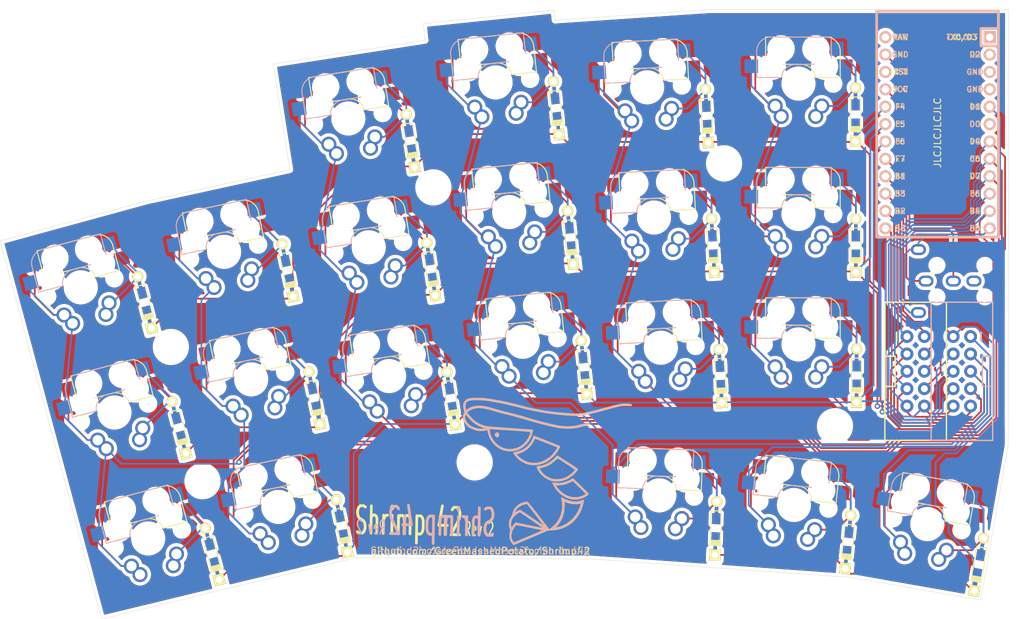
<source format=kicad_pcb>
(kicad_pcb (version 20211014) (generator pcbnew)
  (layers (0 "F.Cu" signal) (31 "B.Cu" signal) (34 "B.Paste" user) (35 "F.Paste" user) (36 "B.SilkS" user "B.Silkscreen") (37 "F.SilkS" user "F.Silkscreen") (38 "B.Mask" user) (39 "F.Mask" user) (44 "Edge.Cuts" user))
  (net 0 "")
  (net 1 "Net-(D-1-0-Pad2)")
  (net 2 "Net-(D-1-1-Pad2)")
  (net 3 "Net-(D-1-2-Pad2)")
  (net 4 "Net-(D-1-3-Pad2)")
  (net 5 "Net-(D-1-4-Pad2)")
  (net 6 "Net-(D-1-5-Pad2)")
  (net 7 "Net-(D-2-0-Pad2)")
  (net 8 "Net-(D-2-1-Pad2)")
  (net 9 "Net-(D-2-2-Pad2)")
  (net 10 "Net-(D-2-3-Pad2)")
  (net 11 "Net-(D-2-4-Pad2)")
  (net 12 "Net-(D-2-5-Pad2)")
  (net 13 "Net-(D-3-3-Pad2)")
  (net 14 "Net-(D-3-4-Pad2)")
  (net 15 "Net-(D-3-5-Pad2)")
  (net 16 "RL0")
  (net 21 "SDA")
  (net 23 "VCC")
  (net 24 "RL1")
  (net 27 "RL2")
  (net 28 "RL3")
  (net 29 "CL0")
  (net 30 "CL1")
  (net 31 "RC0")
  (net 32 "CL2")
  (net 33 "RC1")
  (net 34 "CL3")
  (net 35 "RC2")
  (net 36 "CL4")
  (net 37 "RC3")
  (net 38 "CL5")
  (net 39 "Net-(D-0-0-Pad2)")
  (net 40 "Net-(D-0-1-Pad2)")
  (net 41 "Net-(D-0-2-Pad2)")
  (net 42 "Net-(D-0-3-Pad2)")
  (net 43 "Net-(D-0-4-Pad2)")
  (net 44 "Net-(D-0-5-Pad2)")
  (net 45 "GND")
  (footprint "footprintsGlobal:Diode-dual" (layer "F.Cu") (at 35.244304 58.791667 -75)
    (fp_text reference "D-0-0" hide)
    (fp_text value "D" hide)
  )
  (footprint "footprintsGlobal:Diode-dual" (layer "F.Cu") (at 56.139998 54.116377 -78)
    (fp_text reference "D-0-1" hide)
    (fp_text value "D" hide)
  )
  (footprint "footprintsGlobal:Diode-dual" (layer "F.Cu") (at 74.070993 35.177299 -81)
    (fp_text reference "D-0-2" hide)
    (fp_text value "D" hide)
  )
  (footprint "footprintsGlobal:Diode-dual" (layer "F.Cu") (at 95.368446 30.421057 -84)
    (fp_text reference "D-0-3" hide)
    (fp_text value "D" hide)
  )
  (footprint "footprintsGlobal:Diode-dual" (layer "F.Cu") (at 117.379159 31.552772 -87)
    (fp_text reference "D-0-4" hide)
    (fp_text value "D" hide)
  )
  (footprint "footprintsGlobal:Diode-dual" (layer "F.Cu") (at 139.107246 31.341289 -90)
    (fp_text reference "D-0-5" hide)
    (fp_text value "D" hide)
  )
  (footprint "footprintsGlobal:Diode-dual" (layer "F.Cu") (at 40.249751 77.08061 -75)
    (fp_text reference "D-1-0" hide)
    (fp_text value "D" hide)
  )
  (footprint "footprintsGlobal:Diode-dual" (layer "F.Cu") (at 60.04047 72.759193 -78)
    (fp_text reference "D-1-1" hide)
    (fp_text value "D" hide)
  )
  (footprint "footprintsGlobal:Diode-dual" (layer "F.Cu") (at 77.088838 53.934054 -81)
    (fp_text reference "D-1-2" hide)
    (fp_text value "D" hide)
  )
  (footprint "footprintsGlobal:Diode-dual" (layer "F.Cu") (at 97.453906 49.32082 -84)
    (fp_text reference "D-1-3" hide)
    (fp_text value "D" hide)
  )
  (footprint "footprintsGlobal:Diode-dual" (layer "F.Cu") (at 118.26938 50.480521 -87)
    (fp_text reference "D-1-4" hide)
    (fp_text value "D" hide)
  )
  (footprint "footprintsGlobal:Diode-dual" (layer "F.Cu") (at 139.158046 50.492889 -90)
    (fp_text reference "D-1-5" hide)
    (fp_text value "D" hide)
  )
  (footprint "footprintsGlobal:Diode-dual" (layer "F.Cu") (at 45.128515 95.543918 -75)
    (fp_text reference "D-2-0" hide)
    (fp_text value "D" hide)
  )
  (footprint "footprintsGlobal:Diode-dual" (layer "F.Cu") (at 64.047295 91.441911 -78)
    (fp_text reference "D-2-1" hide)
    (fp_text value "D" hide)
  )
  (footprint "footprintsGlobal:Diode-dual" (layer "F.Cu") (at 80.01432 72.800872 -81)
    (fp_text reference "D-2-2" hide)
    (fp_text value "D" hide)
  )
  (footprint "footprintsGlobal:Diode-dual" (layer "F.Cu") (at 99.44156 68.278348 -84)
    (fp_text reference "D-2-3" hide)
    (fp_text value "D" hide)
  )
  (footprint "footprintsGlobal:Diode-dual" (layer "F.Cu") (at 119.3705 69.549826 -87)
    (fp_text reference "D-2-4" hide)
    (fp_text value "D" hide)
  )
  (footprint "footprintsGlobal:Diode-dual" (layer "F.Cu") (at 139.259646 69.492089 -90)
    (fp_text reference "D-2-5" hide)
    (fp_text value "D" hide)
  )
  (footprint "footprintsGlobal:Diode-dual" (layer "F.Cu") (at 118.7 91.8 -92)
    (fp_text reference "D-3-3" hide)
    (fp_text value "D" hide)
  )
  (footprint "footprintsGlobal:Diode-dual" (layer "F.Cu") (at 138 93.8 -96)
    (fp_text reference "D-3-4" hide)
    (fp_text value "D" hide)
  )
  (footprint "footprintsGlobal:Diode-dual" (layer "F.Cu") (at 157.137842 97.1 -100)
    (fp_text reference "D-3-5" hide)
    (fp_text value "D" hide)
  )
  (footprint "footprints:100-dual-socket" (layer "F.Cu") (at 25.914873 56.601276 15)
    (fp_text reference "K-0-0" hide)
    (fp_text value "KEYSW" hide)
  )
  (footprint "footprints:100-dual-socket" (layer "F.Cu") (at 46.856132 51.417177 12)
    (fp_text reference "K-0-1" hide)
    (fp_text value "KEYSW" hide)
  )
  (footprint "footprints:100-dual-socket" (layer "F.Cu") (at 65.008459 31.937227 9)
    (fp_text reference "K-0-2" hide)
    (fp_text value "KEYSW" hide)
  )
  (footprint "footprints:100-dual-socket" (layer "F.Cu") (at 86.517429 26.667689 6)
    (fp_text reference "K-0-3" hide)
    (fp_text value "KEYSW" hide)
  )
  (footprint "footprints:100-dual-socket" (layer "F.Cu") (at 108.665246 27.380304 3)
    (fp_text reference "K-0-4" hide)
    (fp_text value "KEYSW" hide)
  )
  (footprint "footprints:100-dual-socket" (layer "F.Cu") (at 130.770357 26.840828)
    (fp_text reference "K-0-5" hide)
    (fp_text value "KEYSW" hide)
  )
  (footprint "footprints:100-dual-socket" (layer "F.Cu") (at 30.835669 74.89123 15)
    (fp_text reference "K-1-0" hide)
    (fp_text value "KEYSW" hide)
  )
  (footprint "footprints:100-dual-socket" (layer "F.Cu") (at 50.816846 70.050889 12)
    (fp_text reference "K-1-1" hide)
    (fp_text value "KEYSW" hide)
  )
  (footprint "footprints:100-dual-socket" (layer "F.Cu") (at 67.988533 50.752689 9)
    (fp_text reference "K-1-2" hide)
    (fp_text value "KEYSW" hide)
  )
  (footprint "footprints:100-dual-socket" (layer "F.Cu") (at 88.508697 45.613329 6)
    (fp_text reference "K-1-3" hide)
    (fp_text value "KEYSW" hide)
  )
  (footprint "footprints:100-dual-socket" (layer "F.Cu") (at 109.662245 46.404196 3)
    (fp_text reference "K-1-4" hide)
    (fp_text value "KEYSW" hide)
  )
  (footprint "footprints:100-dual-socket" (layer "F.Cu") (at 130.770357 45.890828)
    (fp_text reference "K-1-5" hide)
    (fp_text value "KEYSW" hide)
  )
  (footprint "footprints:100-dual-socket" (layer "F.Cu") (at 35.766173 93.292116 15)
    (fp_text reference "K-2-0" hide)
    (fp_text value "KEYSW" hide)
  )
  (footprint "footprints:100-dual-socket" (layer "F.Cu") (at 54.777567 88.6846 12)
    (fp_text reference "K-2-1" hide)
    (fp_text value "KEYSW" hide)
  )
  (footprint "footprints:100-dual-socket" (layer "F.Cu") (at 70.96861 69.568151 9)
    (fp_text reference "K-2-2" hide)
    (fp_text value "KEYSW" hide)
  )
  (footprint "footprints:100-dual-socket" (layer "F.Cu") (at 90.499963 64.558972 6)
    (fp_text reference "K-2-3" hide)
    (fp_text value "KEYSW" hide)
  )
  (footprint "footprints:100-dual-socket" (layer "F.Cu") (at 110.659246 65.428089 3)
    (fp_text reference "K-2-4" hide)
    (fp_text value "KEYSW" hide)
  )
  (footprint "footprints:100-dual-socket" (layer "F.Cu") (at 130.770357 64.940828)
    (fp_text reference "K-2-5" hide)
    (fp_text value "KEYSW" hide)
  )
  (footprint "footprints:100-dual-socket" (layer "F.Cu") (at 110.440059 87 -2)
    (fp_text reference "K-3-3" hide)
    (fp_text value "KEYSW" hide)
  )
  (footprint "footprints:100-dual-socket" (layer "F.Cu") (at 130.1 88.4 -6)
    (fp_text reference "K-3-4" hide)
    (fp_text value "KEYSW" hide)
  )
  (footprint "footprints:100-dual-socket" (layer "F.Cu") (at 149.6 91.2 -10)
    (fp_text reference "K-3-5" hide)
    (fp_text value "KEYSW" hide)
  )
  (footprint "footprints:connector-shrouded" (layer "F.Cu") (at 147.890453 68.873147)
    (fp_text reference "J1" hide)
    (fp_text value "02x05" hide)
  )
  (footprint "footprints:Shrimp_small_small" (layer "F.Cu") (at 93.182809 85.128945 -4)
    (fp_text reference "G***" hide)
    (fp_text value "LOGO" hide)
  )
  (footprint "footprintsGlobal:hole-m2-pcb" (layer "F.Cu") (at 136.1 76.9)
    (fp_text reference "Ref**" hide)
    (fp_text value "Val**" hide)
  )
  (footprint "footprintsGlobal:hole-m2-pcb" (layer "F.Cu") (at 119.9 38.5)
    (fp_text reference "Ref**" hide)
    (fp_text value "Val**" hide)
  )
  (footprint "footprintsGlobal:hole-m2-pcb" (layer "F.Cu") (at 77.430853 41.999947)
    (fp_text reference "Ref**" hide)
    (fp_text value "Val**" hide)
  )
  (footprint "footprintsGlobal:hole-m2-pcb" (layer "F.Cu") (at 83.465259 82.184544)
    (fp_text reference "Ref**" hide)
    (fp_text value "Val**" hide)
  )
  (footprint "footprintsGlobal:hole-m2-pcb" (layer "F.Cu") (at 39.076853 65.317147)
    (fp_text reference "Ref**" hide)
    (fp_text value "Val**" hide)
  )
  (footprint "footprintsGlobal:trrs" (layer "F.Cu") (at 159.596853 55.693147 -90)
    (fp_text reference "U2")
    (fp_text value "trrs")
  )
  (footprint "footprintsGlobal:hole-m2-pcb" (layer "F.Cu") (at 43.699653 84.925947)
    (fp_text reference "Ref**" hide)
    (fp_text value "Val**" hide)
  )
  (footprint "footprints:promicro" (layer "B.Cu") (at 151.090853 34.029897 -90)
    (fp_text reference "U1" hide)
    (fp_text value "ProMicro" hide)
  )
  (footprint "footprints:connector-shrouded" (layer "B.Cu") (at 154.646853 68.873147 180)
    (fp_text reference "J2" hide)
    (fp_text value "02x05" hide)
  )
  (gr_line (start 161.459246 16.041147) (end 117.720446 16.041147) (layer "Edge.Cuts") (width 0.05))
  (gr_line (start 161.4 79.702889) (end 157.379259 102.3) (layer "Edge.Cuts") (width 0.05))
  (gr_line (start 76.216846 20.520889) (end 75.962846 18.082489) (layer "Edge.Cuts") (width 0.05))
  (gr_line (start 28.972846 105.052089) (end 66.006046 96.111289) (layer "Edge.Cuts") (width 0.05))
  (gr_line (start 95.210853 17.565147) (end 117.720446 16.041147) (layer "Edge.Cuts") (width 0.05))
  (gr_line (start 100.5 96.3) (end 138.481659 99) (layer "Edge.Cuts") (width 0.05))
  (gr_line (start 95.063646 16.101289) (end 95.210853 17.565147) (layer "Edge.Cuts") (width 0.05))
  (gr_line (start 14.139246 49.832489) (end 28.972846 105.052089) (layer "Edge.Cuts") (width 0.05))
  (gr_line (start 35.526046 43.990489) (end 56.455646 39.418489) (layer "Edge.Cuts") (width 0.05))
  (gr_line (start 100.5 96.3) (end 66.006046 96.111289) (layer "Edge.Cuts") (width 0.05))
  (gr_line (start 95.063646 16.101289) (end 75.962846 18.082489) (layer "Edge.Cuts") (width 0.05))
  (gr_line (start 54.017246 23.975289) (end 76.216846 20.520889) (layer "Edge.Cuts") (width 0.05))
  (gr_line (start 56.455646 39.418489) (end 54.017246 23.975289) (layer "Edge.Cuts") (width 0.05))
  (gr_line (start 161.4 79.702889) (end 161.459246 16.041147) (layer "Edge.Cuts") (width 0.05))
  (gr_line (start 35.526046 43.990489) (end 14.139246 49.832489) (layer "Edge.Cuts") (width 0.05))
  (gr_line (start 138.481659 99) (end 157.379259 102.3) (layer "Edge.Cuts") (width 0.05))
  (gr_text "Rev 2" (at 68.3 91.7 -1) (layer "B.SilkS") (effects (font (size 2 1) (thickness 0.2)) (justify mirror)))
  (gr_text "Shrimp 42" (at 78.64093 90.881408 -1) (layer "B.SilkS") (effects (font (size 4 2) (thickness 0.4)) (justify mirror)))
  (gr_text "github.com/GreenMashedPotato/Shrimp42" (at 84.261914 95.070549) (layer "B.SilkS") (effects (font (size 1 1)) (justify mirror)))
  (gr_text "Rev 2" (at 84.117542 91.960935 -1) (layer "F.SilkS") (effects (font (size 2 1) (thickness 0.2))))
  (gr_text "Shrimp 42" (at 73.809005 90.795988 -1) (layer "F.SilkS") (effects (font (size 4 2) (thickness 0.4))))
  (gr_text "github.com/GreenMashedPotato/Shrimp42" (at 84.307125 95.126379) (layer "F.SilkS") (effects (font (size 1 1))))
  (segment (start 36.843157 70.651927) (end 39.26365 73.07242) (width 0.25) (layer "F.Cu") (net 1))
  (segment (start 34.970985 77.168529) (end 38.739081 73.400433) (width 0.25) (layer "B.Cu") (net 1))
  (segment (start 34.930053 68.53494) (end 39.26365 72.868537) (width 0.25) (layer "B.Cu") (net 1))
  (segment (start 59.248326 69.032451) (end 57.037969 66.822094) (width 0.25) (layer "F.Cu") (net 2))
  (segment (start 55.238281 63.917594) (end 55.238281 65.022406) (width 0.25) (layer "B.Cu") (net 2))
  (segment (start 55.238281 65.022406) (end 59.248326 69.032451) (width 0.25) (layer "B.Cu") (net 2))
  (segment (start 59.248326 69.032451) (end 55.739285 72.541492) (width 0.25) (layer "B.Cu") (net 2))
  (segment (start 74.406239 48.084377) (end 74.406239 47.164563) (width 0.25) (layer "F.Cu") (net 3))
  (segment (start 76.492823 50.170961) (end 74.406239 48.084377) (width 0.25) (layer "F.Cu") (net 3))
  (segment (start 76.492823 50.170961) (end 73.214013 53.449771) (width 0.25) (layer "B.Cu") (net 3))
  (segment (start 73.214013 53.449771) (end 71.863153 53.449771) (width 0.25) (layer "B.Cu") (net 3))
  (segment (start 72.724901 44.859199) (end 76.492823 48.627121) (width 0.25) (layer "B.Cu") (net 3))
  (segment (start 76.492823 48.627121) (end 76.492823 50.170961) (width 0.25) (layer "B.Cu") (net 3))
  (segment (start 97.055653 44.316254) (end 95.105396 42.365997) (width 0.25) (layer "F.Cu") (net 4))
  (segment (start 97.055653 45.531692) (end 97.055653 44.316254) (width 0.25) (layer "F.Cu") (net 4))
  (segment (start 97.055653 45.531692) (end 94.077849 48.509496) (width 0.25) (layer "B.Cu") (net 4))
  (segment (start 97.055653 43.484436) (end 97.055653 45.531692) (width 0.25) (layer "B.Cu") (net 4))
  (segment (start 94.077849 48.509496) (end 92.236852 48.509496) (width 0.25) (layer "B.Cu") (net 4))
  (segment (start 93.547015 39.975798) (end 97.055653 43.484436) (width 0.25) (layer "B.Cu") (net 4))
  (segment (start 118.06998 46.675742) (end 118.06998 45.156684) (width 0.25) (layer "F.Cu") (net 5))
  (segment (start 118.06998 45.156684) (end 116.419855 43.506559) (width 0.25) (layer "F.Cu") (net 5))
  (segment (start 118.06998 46.675742) (end 115.254211 49.491511) (width 0.25) (layer "B.Cu") (net 5))
  (segment (start 115.254211 49.491511) (end 113.233717 49.491511) (width 0.25) (layer "B.Cu") (net 5))
  (segment (start 118.06998 44.119353) (end 118.06998 46.675742) (width 0.25) (layer "B.Cu") (net 5))
  (segment (start 114.988704 41.038077) (end 118.06998 44.119353) (width 0.25) (layer "B.Cu") (net 5))
  (segment (start 139.158046 46.682889) (end 139.158046 44.838517) (width 0.25) (layer "F.Cu") (net 6))
  (segment (start 139.158046 44.838517) (end 137.670357 43.350828) (width 0.25) (layer "F.Cu") (net 6))
  (segment (start 136.370357 40.810828) (end 139.158046 43.598517) (width 0.25) (layer "B.Cu") (net 6))
  (segment (start 139.158046 46.682889) (end 136.680107 49.160828) (width 0.25) (layer "B.Cu") (net 6))
  (segment (start 136.680107 49.160828) (end 134.175357 49.160828) (width 0.25) (layer "B.Cu") (net 6))
  (segment (start 139.158046 43.598517) (end 139.158046 46.682889) (width 0.25) (layer "B.Cu") (net 6))
  (segment (start 41.773661 89.052813) (end 44.142414 91.421566) (width 0.25) (layer "F.Cu") (net 7))
  (segment (start 39.901489 95.569415) (end 43.607163 91.863741) (width 0.25) (layer "B.Cu") (net 7))
  (segment (start 39.860557 86.935826) (end 44.142414 91.863741) (width 0.25) (layer "B.Cu") (net 7))
  (segment (start 63.255151 87.715169) (end 60.99869 85.458708) (width 0.25) (layer "F.Cu") (net 8))
  (segment (start 63.255151 87.715169) (end 59.199002 83.65902) (width 0.25) (layer "B.Cu") (net 8))
  (segment (start 62.248065 87.715169) (end 63.255151 87.715169) (width 0.25) (layer "B.Cu") (net 8))
  (segment (start 59.199002 83.65902) (end 59.199002 82.551305) (width 0.25) (layer "B.Cu") (net 8))
  (segment (start 58.788031 91.175203) (end 62.248065 87.715169) (width 0.25) (layer "B.Cu") (net 8))
  (segment (start 77.386316 65.980025) (end 77.386316 67.00579) (width 0.25) (layer "F.Cu") (net 9))
  (segment (start 77.386316 67.00579) (end 79.418305 69.037779) (width 0.25) (layer "F.Cu") (net 9))
  (segment (start 79.418305 67.387988) (end 79.418305 69.037779) (width 0.25) (layer "B.Cu") (net 9))
  (segment (start 79.418305 69.037779) (end 76.190851 72.265233) (width 0.25) (layer "B.Cu") (net 9))
  (segment (start 75.704978 63.674661) (end 79.418305 67.387988) (width 0.25) (layer "B.Cu") (net 9))
  (segment (start 76.190851 72.265233) (end 74.84323 72.265233) (width 0.25) (layer "B.Cu") (net 9))
  (segment (start 99.043307 64.48922) (end 99.043307 63.258285) (width 0.25) (layer "F.Cu") (net 10))
  (segment (start 99.043307 63.258285) (end 97.096662 61.31164) (width 0.25) (layer "F.Cu") (net 10))
  (segment (start 99.043307 64.48922) (end 96.077388 67.455139) (width 0.25) (layer "B.Cu") (net 10))
  (segment (start 96.077388 67.455139) (end 94.228118 67.455139) (width 0.25) (layer "B.Cu") (net 10))
  (segment (start 99.043307 62.426467) (end 99.043307 64.48922) (width 0.25) (layer "B.Cu") (net 10))
  (segment (start 95.538281 58.921441) (end 99.043307 62.426467) (width 0.25) (layer "B.Cu") (net 10))
  (segment (start 119.1711 65.745047) (end 119.1711 64.284696) (width 0.25) (layer "F.Cu") (net 11))
  (segment (start 119.1711 64.284696) (end 117.416856 62.530452) (width 0.25) (layer "F.Cu") (net 11))
  (segment (start 115.985705 60.06197) (end 119.1711 63.247365) (width 0.25) (layer "B.Cu") (net 11))
  (segment (start 119.1711 63.247365) (end 119.1711 65.745047) (width 0.25) (layer "B.Cu") (net 11))
  (segment (start 119.1711 65.745047) (end 116.400743 68.515404) (width 0.25) (layer "B.Cu") (net 11))
  (segment (start 116.400743 68.515404) (end 114.230718 68.515404) (width 0.25) (layer "B.Cu") (net 11))
  (segment (start 139.259646 63.990117) (end 137.670357 62.400828) (width 0.25) (layer "F.Cu") (net 12))
  (segment (start 139.259646 65.682089) (end 139.259646 63.990117) (width 0.25) (layer "F.Cu") (net 12))
  (segment (start 136.370357 59.860828) (end 139.259646 62.750117) (width 0.25) (layer "B.Cu") (net 12))
  (segment (start 139.259646 62.750117) (end 139.259646 65.682089) (width 0.25) (layer "B.Cu") (net 12))
  (segment (start 139.259646 65.682089) (end 136.730907 68.210828) (width 0.25) (layer "B.Cu") (net 12))
  (segment (start 136.730907 68.210828) (end 134.175357 68.210828) (width 0.25) (layer "B.Cu") (net 12))
  (segment (start 116.351643 90.386841) (end 118.836108 87.902376) (width 0.25) (layer "F.Cu") (net 13))
  (segment (start 118.836108 86.113962) (end 117.4245 84.702354) (width 0.25) (layer "F.Cu") (net 13))
  (segment (start 118.836108 87.902376) (end 118.836108 86.113962) (width 0.25) (layer "F.Cu") (net 13))
  (segment (start 113.728863 90.386841) (end 116.351643 90.386841) (width 0.25) (layer "F.Cu") (net 13))
  (segment (start 118.836108 84.740703) (end 116.213937 82.118532) (width 0.25) (layer "B.Cu") (net 13))
  (segment (start 118.836108 87.902376) (end 118.836108 84.740703) (width 0.25) (layer "B.Cu") (net 13))
  (segment (start 138.407661 87.775119) (end 137.227703 86.595161) (width 0.25) (layer "F.Cu") (net 14))
  (segment (start 133.144539 92.008006) (end 136.32102 92.008006) (width 0.25) (layer "F.Cu") (net 14))
  (segment (start 138.407661 89.921365) (end 138.407661 87.775119) (width 0.25) (layer "F.Cu") (net 14))
  (segment (start 136.32102 92.008006) (end 138.407661 89.921365) (width 0.25) (layer "F.Cu") (net 14))
  (segment (start 138.407661 86.140522) (end 136.200327 83.933188) (width 0.25) (layer "B.Cu") (net 14))
  (segment (start 138.407661 89.921365) (end 138.407661 86.140522) (width 0.25) (layer "B.Cu") (net 14))
  (segment (start 156.062727 95.011593) (end 157.81507 93.25925) (width 0.25) (layer "F.Cu") (net 15))
  (segment (start 157.81507 93.25925) (end 157.81507 90.875591) (width 0.25) (layer "F.Cu") (net 15))
  (segment (start 157.81507 90.875591) (end 156.83624 89.896761) (width 0.25) (layer "F.Cu") (net 15))
  (segment (start 152.385441 95.011593) (end 156.062727 95.011593) (width 0.25) (layer "F.Cu") (net 15))
  (segment (start 157.81507 93.25925) (end 157.81507 88.98762) (width 0.25) (layer "B.Cu") (net 15))
  (segment (start 157.81507 88.98762) (end 155.997056 87.169606) (width 0.25) (layer "B.Cu") (net 15))
  (segment (start 56.62606 58.255947) (end 40.556529 58.255947) (width 0.25) (layer "F.Cu") (net 16))
  (segment (start 96.914065 35.357551) (end 95.766699 34.210185) (width 0.25) (layer "F.Cu") (net 16))
  (segment (start 141.348238 55.857362) (end 141.184853 55.693977) (width 0.25) (layer "F.Cu") (net 16))
  (segment (start 141.348238 55.857362) (end 141.353762 55.857362) (width 0.25) (layer "F.Cu") (net 16))
  (segment (start 117.578559 35.357551) (end 138.900984 35.357551) (width 0.25) (layer "F.Cu") (net 16))
  (segment (start 141.184853 37.228896) (end 139.107246 35.151289) (width 0.25) (layer "F.Cu") (net 16))
  (segment (start 141.184853 55.693977) (end 141.184853 37.228896) (width 0.25) (layer "F.Cu") (net 16))
  (segment (start 143.02298 74.78528) (end 143.02298 73.48662) (width 0.25) (layer "F.Cu") (net 16))
  (segment (start 56.932142 57.843119) (end 56.932142 48.907596) (width 0.25) (layer "F.Cu") (net 16))
  (segment (start 117.578559 35.357551) (end 96.914065 35.357551) (width 0.25) (layer "F.Cu") (net 16))
  (segment (start 40.556529 58.255947) (end 36.253698 62.558778) (width 0.25) (layer "F.Cu") (net 16))
  (segment (start 79.397215 34.210185) (end 74.667008 38.940392) (width 0.25) (layer "F.Cu") (net 16))
  (segment (start 141.353762 55.857362) (end 142.748 57.2516) (width 0.25) (layer "F.Cu") (net 16))
  (segment (start 66.899346 38.940392) (end 74.667008 38.940392) (width 0.25) (layer "F.Cu") (net 16))
  (segment (start 95.766699 34.210185) (end 79.397215 34.210185) (width 0.25) (layer "F.Cu") (net 16))
  (segment (start 56.932142 48.907596) (end 66.899346 38.940392) (width 0.25) (layer "F.Cu") (net 16))
  (segment (start 143.02298 73.48662) (end 142.748 73.21164) (width 0.25) (layer "F.Cu") (net 16))
  (segment (start 142.748 73.21164) (end 142.748 57.2516) (width 0.25) (layer "F.Cu") (net 16))
  (via (at 143.02298 74.78528) (size 0.8) (drill 0.4) (layers "F.Cu" "B.Cu") (net 16))
  (segment (start 145.510762 76.884168) (end 149.68524 76.884168) (width 0.25) (layer "B.Cu") (net 16))
  (segment (start 151.852852 74.716556) (end 151.852854 72.937146) (width 0.25) (layer "B.Cu") (net 16))
  (segment (start 143.411874 74.78528) (end 145.510762 76.884168) (width 0.25) (layer "B.Cu") (net 16))
  (segment (start 143.02298 74.78528) (end 143.411874 74.78528) (width 0.25) (layer "B.Cu") (net 16))
  (segment (start 139.107246 34.583504) (end 143.470853 30.219897) (width 0.25) (layer "B.Cu") (net 16))
  (segment (start 149.68524 76.884168) (end 151.852852 74.716556) (width 0.25) (layer "B.Cu") (net 16))
  (segment (start 151.852854 72.937146) (end 153.376853 71.413147) (width 0.25) (layer "B.Cu") (net 16))
  (segment (start 146.274524 51.845476) (end 147.026853 51.093147) (width 0.25) (layer "B.Cu") (net 21))
  (segment (start 147.026853 51.093147) (end 148.296853 51.093147) (width 0.25) (layer "B.Cu") (net 21))
  (segment (start 159.726853 49.315147) (end 160.234853 48.807147) (width 0.25) (layer "B.Cu") (net 21))
  (segment (start 148.296853 51.093147) (end 148.296853 50.077147) (width 0.25) (layer "B.Cu") (net 21))
  (segment (start 147.073182 60.293147) (end 146.255182 59.475147) (width 0.25) (layer "B.Cu") (net 21))
  (segment (start 148.296853 50.077147) (end 149.058853 49.315147) (width 0.25) (layer "B.Cu") (net 21))
  (segment (start 160.234853 48.807147) (end 160.234853 31.743897) (width 0.25) (layer "B.Cu") (net 21))
  (segment (start 149.058853 49.315147) (end 159.726853 49.315147) (width 0.25) (layer "B.Cu") (net 21))
  (segment (start 148.296853 60.293147) (end 147.073182 60.293147) (width 0.25) (layer "B.Cu") (net 21))
  (segment (start 160.234853 31.743897) (end 158.710853 30.219897) (width 0.25) (layer "B.Cu") (net 21))
  (segment (start 146.255182 51.845476) (end 146.274524 51.845476) (width 0.25) (layer "B.Cu") (net 21))
  (segment (start 146.255182 59.475147) (end 146.255182 51.845476) (width 0.25) (layer "B.Cu") (net 21))
  (segment (start 145.517798 39.251125) (end 145.045653 38.778979) (width 0.25) (layer "F.Cu") (net 23))
  (segment (start 145.045653 29.254697) (end 143.470853 27.679897) (width 0.25) (layer "F.Cu") (net 23))
  (segment (start 150.013853 55.665147) (end 147.046933 55.665147) (width 0.25) (layer "F.Cu") (net 23))
  (segment (start 146.538933 44.080825) (end 146.043518 43.58541) (width 0.25) (layer "F.Cu") (net 23))
  (segment (start 145.045653 38.778979) (end 145.045653 29.254697) (width 0.25) (layer "F.Cu") (net 23))
  (segment (start 146.043518 41.681126) (end 145.517798 41.155406) (width 0.25) (layer "F.Cu") (net 23))
  (segment (start 145.517798 41.155406) (end 145.517798 39.251125) (width 0.25) (layer "F.Cu") (net 23))
  (segment (start 147.046933 55.665147) (end 146.538933 55.157147) (width 0.25) (layer "F.Cu") (net 23))
  (segment (start 146.043518 43.58541) (end 146.043518 41.681126) (width 0.25) (layer "F.Cu") (net 23))
  (segment (start 146.538933 55.157147) (end 146.538933 44.080825) (width 0.25) (layer "F.Cu") (net 23))
  (segment (start 118.46878 54.2853) (end 99.027511 54.2853) (width 0.25) (layer "F.Cu") (net 24))
  (segment (start 82.272052 53.109948) (end 77.684853 57.697147) (width 0.25) (layer "F.Cu") (net 24))
  (segment (start 45.054919 77.051947) (end 41.259145 80.847721) (width 0.25) (layer "F.Cu") (net 24))
  (segment (start 118.46878 54.2853) (end 139.140457 54.2853) (width 0.25) (layer "F.Cu") (net 24))
  (segment (start 60.832614 66.802663) (end 69.93813 57.697147) (width 0.25) (layer "F.Cu") (net 24))
  (segment (start 60.832614 76.485935) (end 60.832614 66.802663) (width 0.25) (layer "F.Cu") (net 24))
  (segment (start 99.027511 54.2853) (end 97.852159 53.109948) (width 0.25) (layer "F.Cu") (net 24))
  (segment (start 139.158046 54.302889) (end 142.29848 57.443322) (width 0.25) (layer "F.Cu") (net 24))
  (segment (start 69.93813 57.697147) (end 77.684853 57.697147) (width 0.25) (layer "F.Cu") (net 24))
  (segment (start 60.373348 77.051947) (end 45.054919 77.051947) (width 0.25) (layer "F.Cu") (net 24))
  (segment (start 97.852159 53.109948) (end 82.272052 53.109948) (width 0.25) (layer "F.Cu") (net 24))
  (segment (start 142.29848 57.443322) (end 142.29848 73.966447) (width 0.25) (layer "F.Cu") (net 24))
  (via (at 142.29848 73.966447) (size 0.8) (drill 0.4) (layers "F.Cu" "B.Cu") (net 24))
  (segment (start 151.403343 70.846657) (end 153.376853 68.873147) (width 0.25) (layer "B.Cu") (net 24))
  (segment (start 141.294133 34.936617) (end 143.470853 32.759897) (width 0.25) (layer "B.Cu") (net 24))
  (segment (start 145.638466 76.376168) (end 149.557536 76.376168) (width 0.25) (layer "B.Cu") (net 24))
  (segment (start 143.228745 73.966447) (end 145.638466 76.376168) (width 0.25) (layer "B.Cu") (net 24))
  (segment (start 139.158046 54.302889) (end 141.294133 52.166802) (width 0.25) (layer "B.Cu") (net 24))
  (segment (start 141.294133 52.166802) (end 141.294133 34.936617) (width 0.25) (layer "B.Cu") (net 24))
  (segment (start 151.403342 74.530362) (end 151.403343 70.846657) (width 0.25) (layer "B.Cu") (net 24))
  (segment (start 149.557536 76.376168) (end 151.403342 74.530362) (width 0.25) (layer "B.Cu") (net 24))
  (segment (start 142.29848 73.966447) (end 143.228745 73.966447) (width 0.25) (layer "B.Cu") (net 24))
  (segment (start 64.266891 95.847947) (end 49.600991 95.847947) (width 0.25) (layer "F.Cu") (net 27))
  (segment (start 49.600991 95.847947) (end 46.137909 99.311029) (width 0.25) (layer "F.Cu") (net 27))
  (segment (start 85.106824 72.067476) (end 80.610335 76.563965) (width 0.25) (layer "F.Cu") (net 27))
  (segment (start 99.839813 72.067476) (end 85.106824 72.067476) (width 0.25) (layer "F.Cu") (net 27))
  (segment (start 64.858151 95.256687) (end 64.266891 95.847947) (width 0.25) (layer "F.Cu") (net 27))
  (segment (start 70.095635 76.563965) (end 80.610335 76.563965) (width 0.25) (layer "B.Cu") (net 27))
  (segment (start 139.259646 73.392089) (end 119.627002 73.392089) (width 0.25) (layer "B.Cu") (net 27))
  (segment (start 141.743653 37.027097) (end 143.470853 35.299897) (width 0.25) (layer "B.Cu") (net 27))
  (segment (start 149.371338 75.926648) (end 145.824664 75.926648) (width 0.25) (layer "B.Cu") (net 27))
  (segment (start 153.376853 66.333147) (end 150.953822 68.756178) (width 0.25) (layer "B.Cu") (net 27))
  (segment (start 64.864913 95.256687) (end 65.797653 94.323947) (width 0.25) (layer "B.Cu") (net 27))
  (segment (start 141.743653 70.908083) (end 141.743653 37.027097) (width 0.25) (layer "B.Cu") (net 27))
  (segment (start 139.259647 73.392089) (end 141.743653 70.908083) (width 0.25) (layer "B.Cu") (net 27))
  (segment (start 143.139963 73.241947) (end 139.409788 73.241947) (width 0.25) (layer "B.Cu") (net 27))
  (segment (start 101.136719 73.444481) (end 99.849221 72.156983) (width 0.25) (layer "B.Cu") (net 27))
  (segment (start 145.824664 75.926648) (end 143.139963 73.241947) (width 0.25) (layer "B.Cu") (net 27))
  (segment (start 65.797653 80.861947) (end 70.095635 76.563965) (width 0.25) (layer "B.Cu") (net 27))
  (segment (start 119.57461 73.444481) (end 101.136719 73.444481) (width 0.25) (layer "B.Cu") (net 27))
  (segment (start 65.797653 94.323947) (end 65.797653 80.861947) (width 0.25) (layer "B.Cu") (net 27))
  (segment (start 150.953822 74.344164) (end 149.371338 75.926648) (width 0.25) (layer "B.Cu") (net 27))
  (segment (start 150.953822 68.756178) (end 150.953822 74.344164) (width 0.25) (layer "B.Cu") (net 27))
  (segment (start 150.300124 59.318702) (end 150.300124 60.716418) (width 0.25) (layer "F.Cu") (net 28))
  (segment (start 145.068278 41.341604) (end 145.593998 41.867324) (width 0.25) (layer "F.Cu") (net 28))
  (segment (start 146.089413 44.267022) (end 146.089413 58.155989) (width 0.25) (layer "F.Cu") (net 28))
  (segment (start 138.363704 98.45) (end 137.592339 97.678635) (width 0.25) (layer "F.Cu") (net 28))
  (segment (start 150.300124 60.716418) (end 153.376853 63.793147) (width 0.25) (layer "F.Cu") (net 28))
  (segment (start 143.470853 37.839897) (end 145.068278 39.437322) (width 0.25) (layer "F.Cu") (net 28))
  (segment (start 145.068278 39.437322) (end 145.068278 41.341604) (width 0.25) (layer "F.Cu") (net 28))
  (segment (start 145.593998 43.771607) (end 146.089413 44.267022) (width 0.25) (layer "F.Cu") (net 28))
  (segment (start 145.593998 41.867324) (end 145.593998 43.771607) (width 0.25) (layer "F.Cu") (net 28))
  (segment (start 146.089413 58.155989) (end 146.451051 58.517627) (width 0.25) (layer "F.Cu") (net 28))
  (segment (start 149.499049 58.517627) (end 150.300124 59.318702) (width 0.25) (layer "F.Cu") (net 28))
  (segment (start 135.611328 95.697624) (end 137.592339 97.678635) (width 0.25) (layer "F.Cu") (net 28))
  (segment (start 146.451051 58.517627) (end 149.499049 58.517627) (width 0.25) (layer "F.Cu") (net 28))
  (segment (start 153.75 98.45) (end 156.24075 100.94075) (width 0.25) (layer "F.Cu") (net 28))
  (segment (start 156.24075 100.94075) (end 156.460614 100.94075) (width 0.25) (layer "F.Cu") (net 28))
  (segment (start 118.563892 95.697624) (end 135.611328 95.697624) (width 0.25) (layer "F.Cu") (net 28))
  (segment (start 153.75 98.45) (end 138.363704 98.45) (width 0.25) (layer "F.Cu") (net 28))
  (segment (start 152.7 91.2) (end 151.8 90.3) (width 0.25) (layer "B.Cu") (net 28))
  (segment (start 150.8 82.2) (end 152.15144 80.84856) (width 0.25) (layer "B.Cu") (net 28))
  (segment (start 153.822874 80.84856) (end 159.3 75.371434) (width 0.25) (layer "B.Cu") (net 28))
  (segment (start 151.8 89.3) (end 150.8 88.3) (width 0.25) (layer "B.Cu") (net 28))
  (segment (start 151.8 90.3) (end 151.8 89.3) (width 0.25) (layer "B.Cu") (net 28))
  (segment (start 156.785 62.385) (end 154.785 62.385) (width 0.25) (layer "B.Cu") (net 28))
  (segment (start 154.785 62.385) (end 153.376853 63.793147) (width 0.25) (layer "B.Cu") (net 28))
  (segment (start 156.326626 96.126626) (end 152.7 92.5) (width 0.25) (layer "B.Cu") (net 28))
  (segment (start 159.3 64.9) (end 156.785 62.385) (width 0.25) (layer "B.Cu") (net 28))
  (segment (start 152.7 92.5) (end 152.7 91.2) (width 0.25) (layer "B.Cu") (net 28))
  (segment (start 159.3 75.371434) (end 159.3 64.9) (width 0.25) (layer "B.Cu") (net 28))
  (segment (start 156.326626 96.126626) (end 156.326626 100.806762) (width 0.25) (layer "B.Cu") (net 28))
  (segment (start 152.15144 80.84856) (end 153.822874 80.84856) (width 0.25) (layer "B.Cu") (net 28))
  (segment (start 150.8 88.3) (end 150.8 82.2) (width 0.25) (layer "B.Cu") (net 28))
  (segment (start 156.326626 100.806762) (end 156.460614 100.94075) (width 0.25) (layer "B.Cu") (net 28))
  (segment (start 160.587493 51.347147) (end 160.953318 50.981322) (width 0.25) (layer "F.Cu") (net 29))
  (segment (start 24.111684 71.433713) (end 24.111684 76.120684) (width 0.25) (layer "F.Cu") (net 29))
  (segment (start 153.376853 74.207147) (end 152.517937 75.066063) (width 0.25) (layer "F.Cu") (net 29))
  (segment (start 19.190888 57.91542) (end 21.9166 60.641132) (width 0.25) (layer "F.Cu") (net 29))
  (segment (start 145.830702 79.111698) (end 157.494244 79.111697) (width 0.25) (layer "F.Cu") (net 29))
  (segment (start 29.042188 89.834599) (end 29.042188 94.52157) (width 0.25) (layer "F.Cu") (net 29))
  (segment (start 26.922086 78.931086) (end 28.39303 78.931086) (width 0.25) (layer "F.Cu") (net 29))
  (segment (start 160.953318 37.542362) (end 158.710853 35.299897) (width 0.25) (layer "F.Cu") (net 29))
  (segment (start 21.9166 60.641132) (end 23.472234 60.641132) (width 0.25) (layer "F.Cu") (net 29))
  (segment (start 49.035803 81.749515) (end 51.208059 79.577259) (width 0.25) (layer "F.Cu") (net 29))
  (segment (start 149.160453 74.308747) (end 149.917769 75.066063) (width 0.25) (layer "F.Cu") (net 29))
  (segment (start 81.576313 79.577259) (end 84.589545 76.564027) (width 0.25) (layer "F.Cu") (net 29))
  (segment (start 51.208059 79.577259) (end 81.576313 79.577259) (width 0.25) (layer "F.Cu") (net 29))
  (segment (start 160.587493 76.018447) (end 160.587493 51.347147) (width 0.25) (layer "F.Cu") (net 29))
  (segment (start 19.190888 53.143759) (end 19.190888 57.91542) (width 0.25) (layer "F.Cu") (net 29))
  (segment (start 29.042188 94.52157) (end 31.85259 97.331972) (width 0.25) (layer "F.Cu") (net 29))
  (segment (start 160.953318 50.981322) (end 160.953318 37.542362) (width 0.25) (layer "F.Cu") (net 29))
  (segment (start 149.917769 75.066063) (end 152.517937 75.066063) (width 0.25) (layer "F.Cu") (net 29))
  (segment (start 84.589545 76.564027) (end 129.253993 76.564027) (width 0.25) (layer "F.Cu") (net 29))
  (segment (start 129.253993 76.564027) (end 133.689966 81) (width 0.25) (layer "F.Cu") (net 29))
  (segment (start 31.85259 97.331972) (end 33.323534 97.331972) (width 0.25) (layer "F.Cu") (net 29))
  (segment (start 24.111684 76.120684) (end 26.922086 78.931086) (width 0.25) (layer "F.Cu") (net 29))
  (segment (start 49.035803 82.138396) (end 49.035803 81.749515) (width 0.25) (layer "F.Cu") (net 29))
  (segment (start 157.494244 79.111697) (end 160.587493 76.018447) (width 0.25) (layer "F.Cu") (net 29))
  (segment (start 133.689966 81) (end 143.9424 81) (width 0.25) (layer "F.Cu") (net 29))
  (segment (start 143.9424 81) (end 145.830702 79.111698) (width 0.25) (layer "F.Cu") (net 29))
  (via (at 49.035803 82.138396) (size 0.8) (drill 0.4) (layers "F.Cu" "B.Cu") (net 29))
  (segment (start 28.443884 93.923266) (end 31.85259 97.331972) (width 0.25) (layer "B.Cu") (net 29))
  (segment (start 31.856987 82.385947) (end 48.788252 82.385947) (width 0.25) (layer "B.Cu") (net 29))
  (segment (start 156.788133 40.925467) (end 156.788133 39.126899) (width 0.25) (layer "B.Cu") (net 29))
  (segment (start 143.501602 72.967896) (end 143.501602 50.171248) (width 0.25) (layer "B.Cu") (net 29))
  (segment (start 147.636453 75.477147) (end 146.010853 75.477147) (width 0.25) (layer "B.Cu") (net 29))
  (segment (start 157.291228 38.623804) (end 157.291228 36.719522) (width 0.25) (layer "B.Cu") (net 29))
  (segment (start 29.641279 80.170239) (end 31.856987 82.385947) (width 0.25) (layer "B.Cu") (net 29))
  (segment (start 156.788133 39.126899) (end 157.291228 38.623804) (width 0.25) (layer "B.Cu") (net 29))
  (segment (start 155.942668 45.453214) (end 155.942668 43.780928) (width 0.25) (layer "B.Cu") (net 29))
  (segment (start 31.85259 97.331972) (end 33.323534 97.331972) (width 0.25) (layer "B.Cu") (net 29))
  (segment (start 155.942668 43.780928) (end 156.392188 43.331408) (width 0.25) (layer "B.Cu") (net 29))
  (segment (start 157.291228 36.719522) (end 158.710853 35.299897) (width 0.25) (layer "B.Cu") (net 29))
  (segment (start 146.010853 75.477147) (end 143.501602 72.967896) (width 0.25) (layer "B.Cu") (net 29))
  (segment (start 23.51338 74.22363) (end 23.51338 75.52238) (width 0.25) (layer "B.Cu") (net 29))
  (segment (start 149.160453 73.953147) (end 147.636453 75.477147) (width 0.25) (layer "B.Cu") (net 29))
  (segment (start 147.062503 46.610347) (end 154.785535 46.610347) (width 0.25) (layer "B.Cu") (net 29))
  (segment (start 154.785535 46.610347) (end 155.942668 45.453214) (width 0.25) (layer "B.Cu") (net 29))
  (segment (start 22.00129 60.641132) (end 23.472234 60.641132) (width 0.25) (layer "B.Cu") (net 29))
  (segment (start 18.592584 55.933676) (end 18.592584 57.232426) (width 0.25) (layer "B.Cu") (net 29))
  (segment (start 24.720483 61.880285) (end 23.51338 74.22363) (width 0.25) (layer "B.Cu") (net 29))
  (segment (start 156.392188 43.331408) (end 156.392188 41.321412) (width 0.25) (layer "B.Cu") (net 29))
  (segment (start 48.788252 82.385947) (end 49.035803 82.138396) (width 0.25) (layer "B.Cu") (net 29))
  (segment (start 29.641279 80.170239) (end 28.443884 92.624516) (width 0.25) (layer "B.Cu") (net 29))
  (segment (start 23.51338 75.52238) (end 26.922086 78.931086) (width 0.25) (layer "B.Cu") (net 29))
  (segment (start 26.922086 78.931086) (end 28.39303 78.931086) (width 0.25) (layer "B.Cu") (net 29))
  (segment (start 18.592584 57.232426) (end 22.00129 60.641132) (width 0.25) (layer "B.Cu") (net 29))
  (segment (start 28.443884 92.624516) (end 28.443884 93.923266) (width 0.25) (layer "B.Cu") (net 29))
  (segment (start 156.392188 41.321412) (end 156.788133 40.925467) (width 0.25) (layer "B.Cu") (net 29))
  (segment (start 143.501602 50.171248) (end 147.062503 46.610347) (width 0.25) (layer "B.Cu") (net 29))
  (segment (start 160.481173 50.817749) (end 160.481173 39.610217) (width 0.25) (layer "F.Cu") (net 30))
  (segment (start 40.322314 52.640275) (end 43.005698 55.323659) (width 0.25) (layer "F.Cu") (net 30))
  (segment (start 48.243749 81.905851) (end 51.021861 79.127739) (width 0.25) (layer "F.Cu") (net 30))
  (segment (start 44.283028 71.629908) (end 46.610491 73.957371) (width 0.25) (layer "F.Cu") (net 30))
  (segment (start 160.481173 39.610217) (end 158.710853 37.839897) (width 0.25) (layer "F.Cu") (net 30))
  (segment (start 48.243749 90.263619) (end 50.571212 92.591082) (width 0.25) (layer "F.Cu") (net 30))
  (segment (start 155.916853 74.816747) (end 155.218017 75.515583) (width 0.25) (layer "F.Cu") (net 30))
  (segment (start 155.916853 73.953147) (end 155.916853 74.816747) (width 0.25) (layer "F.Cu") (net 30))
  (segment (start 143.756202 80.55048) (end 145.644495 78.662187) (width 0.25) (layer "F.Cu") (net 30))
  (segment (start 146.620453 74.816747) (end 147.319289 75.515583) (width 0.25) (layer "F.Cu") (net 30))
  (segment (start 51.021861 79.127739) (end 81.390115 79.127739) (width 0.25) (layer "F.Cu") (net 30))
  (segment (start 84.403347 76.114507) (end 129.440191 76.114507) (width 0.25) (layer "F.Cu") (net 30))
  (segment (start 81.390115 79.127739) (end 84.403347 76.114507) (width 0.25) (layer "F.Cu") (net 30))
  (segment (start 129.440191 76.114507) (end 133.876164 80.55048) (width 0.25) (layer "F.Cu") (net 30))
  (segment (start 46.610491 73.957371) (end 48.166125 73.957371) (width 0.25) (layer "F.Cu") (net 30))
  (segment (start 146.620453 73.953147) (end 146.620453 74.816747) (width 0.25) (layer "F.Cu") (net 30))
  (segment (start 48.243749 84.879916) (end 48.243749 81.905851) (width 0.25) (layer "F.Cu") (net 30))
  (segment (start 50.571212 92.591082) (end 52.126846 92.591082) (width 0.25) (layer "F.Cu") (net 30))
  (segment (start 157.30805 78.662187) (end 160.137973 75.832264) (width 0.25) (layer "F.Cu") (net 30))
  (segment (start 145.644495 78.662187) (end 157.30805 78.662187) (width 0.25) (layer "F.Cu") (net 30))
  (segment (start 48.243749 84.879916) (end 48.243749 90.263619) (width 0.25) (layer "F.Cu") (net 30))
  (segment (start 43.005698 55.323659) (end 44.205411 55.323659) (width 0.25) (layer "F.Cu") (net 30))
  (segment (start 147.319289 75.515583) (end 155.218017 75.515583) (width 0.25) (layer "F.Cu") (net 30))
  (segment (start 160.137973 51.160949) (end 160.481173 50.817749) (width 0.25) (layer "F.Cu") (net 30))
  (segment (start 40.322314 47.612493) (end 40.322314 52.640275) (width 0.25) (layer "F.Cu") (net 30))
  (segment (start 160.137973 75.832264) (end 160.137973 51.160949) (width 0.25) (layer "F.Cu") (net 30))
  (segment (start 133.876164 80.55048) (end 143.756202 80.55048) (width 0.25) (layer "F.Cu") (net 30))
  (segment (start 44.283028 66.246205) (end 44.283028 71.629908) (width 0.25) (layer "F.Cu") (net 30))
  (segment (start 46.610491 73.957371) (end 43.539532 70.886412) (width 0.25) (layer "B.Cu") (net 30))
  (segment (start 48.166125 73.957371) (end 46.610491 73.957371) (width 0.25) (layer "B.Cu") (net 30))
  (segment (start 50.571212 92.591082) (end 47.500253 89.520123) (width 0.25) (layer "B.Cu") (net 30))
  (segment (start 157.291228 41.163804) (end 157.291228 39.259522) (width 0.25) (layer "B.Cu") (net 30))
  (segment (start 156.841708 41.613324) (end 157.291228 41.163804) (width 0.25) (layer "B.Cu") (net 30))
  (segment (start 43.005698 55.323659) (end 44.205411 55.323659) (width 0.25) (layer "B.Cu") (net 30))
  (segment (start 47.500253 85.189347) (end 49.795653 82.893947) (width 0.25) (layer "B.Cu") (net 30))
  (segment (start 154.971732 47.059867) (end 156.392188 45.639411) (width 0.25) (layer "B.Cu") (net 30))
  (segment (start 39.578818 50.367273) (end 39.578818 51.896779) (width 0.25) (layer "B.Cu") (net 30))
  (segment (start 156.392188 45.639411) (end 156.392188 43.967127) (width 0.25) (layer "B.Cu") (net 30))
  (segment (start 147.248698 47.059867) (end 154.971732 47.059867) (width 0.25) (layer "B.Cu") (net 30))
  (segment (start 45.387097 56.626441) (end 43.539532 58.474006) (width 0.25) (layer "B.Cu") (net 30))
  (segment (start 143.951111 71.283805) (end 143.951111 50.357454) (width 0.25) (layer "B.Cu") (net 30))
  (segment (start 156.392188 43.967127) (end 156.841708 43.517606) (width 0.25) (layer "B.Cu") (net 30))
  (segment (start 47.500253 87.634696) (end 47.500253 85.189347) (width 0.25) (layer "B.Cu") (net 30))
  (segment (start 156.841708 43.517606) (end 156.841708 41.613324) (width 0.25) (layer "B.Cu") (net 30))
  (segment (start 43.539532 70.886412) (end 43.539532 69.000985) (width 0.25) (layer "B.Cu") (net 30))
  (segment (start 39.578818 51.896779) (end 43.005698 55.323659) (width 0.25) (layer "B.Cu") (net 30))
  (segment (start 47.500253 89.520123) (end 47.500253 87.634696) (width 0.25) (layer "B.Cu") (net 30))
  (segment (start 143.951111 50.357454) (end 147.248698 47.059867) (width 0.25) (layer "B.Cu") (net 30))
  (segment (start 146.620453 73.953147) (end 143.951111 71.283805) (width 0.25) (layer "B.Cu") (net 30))
  (segment (start 49.795653 82.893947) (end 49.795653 75.707995) (width 0.25) (layer "B.Cu") (net 30))
  (segment (start 157.291228 39.259522) (end 158.710853 37.839897) (width 0.25) (layer "B.Cu") (net 30))
  (segment (start 43.539532 58.474006) (end 43.539532 69.000985) (width 0.25) (layer "B.Cu") (net 30))
  (segment (start 52.126846 92.591082) (end 50.571212 92.591082) (width 0.25) (layer "B.Cu") (net 30))
  (segment (start 149.270755 58.967147) (end 149.850604 59.546996) (width 0.25) (layer "F.Cu") (net 31))
  (segment (start 145.144478 43.957805) (end 145.639893 44.45322) (width 0.25) (layer "F.Cu") (net 31))
  (segment (start 146.264853 58.967147) (end 149.270755 58.967147) (width 0.25) (layer "F.Cu") (net 31))
  (segment (start 145.639893 58.342187) (end 146.264853 58.967147) (width 0.25) (layer "F.Cu") (net 31))
  (segment (start 143.470853 40.379897) (end 145.144478 42.053522) (width 0.25) (layer "F.Cu") (net 31))
  (segment (start 149.850604 60.902616) (end 151.534994 62.587006) (width 0.25) (layer "F.Cu") (net 31))
  (segment (start 151.534994 69.038606) (end 149.160453 71.413147) (width 0.25) (layer "F.Cu") (net 31))
  (segment (start 149.850604 59.546996) (end 149.850604 60.902616) (width 0.25) (layer "F.Cu") (net 31))
  (segment (start 145.639893 44.45322) (end 145.639893 58.342187) (width 0.25) (layer "F.Cu") (net 31))
  (segment (start 151.534994 62.587006) (end 151.534994 69.038606) (width 0.25) (layer "F.Cu") (net 31))
  (segment (start 145.144478 42.053522) (end 145.144478 43.957805) (width 0.25) (layer "F.Cu") (net 31))
  (segment (start 157.121868 78.212666) (end 159.688444 75.64609) (width 0.25) (layer "F.Cu") (net 32))
  (segment (start 58.682717 33.155364) (end 61.22698 35.699627) (width 0.25) (layer "F.Cu") (net 32))
  (segment (start 64.642868 65.426727) (end 64.642868 70.786288) (width 0.25) (layer "F.Cu") (net 32))
  (segment (start 58.682717 27.795803) (end 58.682717 33.155364) (width 0.25) (layer "F.Cu") (net 32))
  (segment (start 129.626389 75.664987) (end 134.062362 80.10096) (width 0.25) (layer "F.Cu") (net 32))
  (segment (start 159.688444 75.646076) (end 159.688453 75.646067) (width 0.25) (layer "F.Cu") (net 32))
  (segment (start 84.217149 75.664987) (end 129.626389 75.664987) (width 0.25) (layer "F.Cu") (net 32))
  (segment (start 61.662791 46.611265) (end 61.662791 51.970826) (width 0.25) (layer "F.Cu") (net 32))
  (segment (start 155.916853 71.413147) (end 157.440853 72.937147) (width 0.25) (layer "F.Cu") (net 32))
  (segment (start 146.244764 75.965058) (end 145.248853 74.969147) (width 0.25) (layer "F.Cu") (net 32))
  (segment (start 159.688444 75.64609) (end 159.688444 75.646076) (width 0.25) (layer "F.Cu") (net 32))
  (segment (start 73.213781 78.678219) (end 81.203917 78.678219) (width 0.25) (layer "F.Cu") (net 32))
  (segment (start 69.228956 74.693393) (end 73.213781 78.678219) (width 0.25) (layer "F.Cu") (net 32))
  (segment (start 157.121854 78.212666) (end 157.121868 78.212666) (width 0.25) (layer "F.Cu") (net 32))
  (segment (start 156.190897 75.965103) (end 146.844402 75.965103) (width 0.25) (layer "F.Cu") (net 32))
  (segment (start 160.031653 41.700697) (end 158.710853 40.379897) (width 0.25) (layer "F.Cu") (net 32))
  (segment (start 159.688453 75.646067) (end 159.688453 50.974751) (width 0.25) (layer "F.Cu") (net 32))
  (segment (start 146.844357 75.965058) (end 146.244764 75.965058) (width 0.25) (layer "F.Cu") (net 32))
  (segment (start 145.248853 72.784747) (end 146.620453 71.413147) (width 0.25) (layer "F.Cu") (net 32))
  (segment (start 81.203917 78.678219) (end 84.217149 75.664987) (width 0.25) (layer "F.Cu") (net 32))
  (segment (start 157.121844 78.212676) (end 157.121854 78.212666) (width 0.25) (layer "F.Cu") (net 32))
  (segment (start 145.458288 78.212676) (end 157.121844 78.212676) (width 0.25) (layer "F.Cu") (net 32))
  (segment (start 146.844402 75.965103) (end 146.844357 75.965058) (width 0.25) (layer "F.Cu") (net 32))
  (segment (start 157.440853 74.715147) (end 156.190897 75.965103) (width 0.25) (layer "F.Cu") (net 32))
  (segment (start 64.642868 70.786288) (end 67.187131 73.330551) (width 0.25) (layer "F.Cu") (net 32))
  (segment (start 160.031653 50.631551) (end 160.031653 41.700697) (width 0.25) (layer "F.Cu") (net 32))
  (segment (start 145.248853 74.969147) (end 145.248853 72.784747) (width 0.25) (layer "F.Cu") (net 32))
  (segment (start 157.440853 72.937147) (end 157.440853 74.715147) (width 0.25) (layer "F.Cu") (net 32))
  (segment (start 159.688453 50.974751) (end 160.031653 50.631551) (width 0.25) (layer "F.Cu") (net 32))
  (segment (start 143.570004 80.10096) (end 145.458288 78.212676) (width 0.25) (layer "F.Cu") (net 32))
  (segment (start 134.062362 80.10096) (end 143.570004 80.10096) (width 0.25) (layer "F.Cu") (net 32))
  (segment (start 61.662791 51.970826) (end 64.207054 54.515089) (width 0.25) (layer "F.Cu") (net 32))
  (segment (start 57.796066 32.268713) (end 61.22698 35.699627) (width 0.25) (layer "B.Cu") (net 32))
  (segment (start 63.756217 69.899637) (end 67.187131 73.330551) (width 0.25) (layer "B.Cu") (net 32))
  (segment (start 63.268805 37.062469) (end 60.77614 49.323358) (width 0.25) (layer "B.Cu") (net 32))
  (segment (start 66.248879 55.877931) (end 63.756217 68.13882) (width 0.25) (layer "B.Cu") (net 32))
  (segment (start 158.710853 40.379897) (end 157.291228 41.799522) (width 0.25) (layer "B.Cu") (net 32))
  (segment (start 144.40063 69.193324) (end 146.620453 71.413147) (width 0.25) (layer "B.Cu") (net 32))
  (segment (start 156.841708 45.82561) (end 155.15793 47.509387) (width 0.25) (layer "B.Cu") (net 32))
  (segment (start 156.841708 44.153324) (end 156.841708 45.82561) (width 0.25) (layer "B.Cu") (net 32))
  (segment (start 157.291228 41.799522) (end 157.291228 43.703804) (width 0.25) (layer "B.Cu") (net 32))
  (segment (start 147.434895 47.509387) (end 144.457102 50.48718) (width 0.25) (layer "B.Cu") (net 32))
  (segment (start 155.15793 47.509387) (end 147.434895 47.509387) (width 0.25) (layer "B.Cu") (net 32))
  (segment (start 57.796066 30.507896) (end 57.796066 32.268713) (width 0.25) (layer "B.Cu") (net 32))
  (segment (start 144.400631 50.543679) (end 144.40063 69.193324) (width 0.25) (layer "B.Cu") (net 32))
  (segment (start 60.77614 51.084175) (end 64.207054 54.515089) (width 0.25) (layer "B.Cu") (net 32))
  (segment (start 157.291228 43.703804) (end 156.841708 44.153324) (width 0.25) (layer "B.Cu") (net 32))
  (segment (start 144.457102 50.487208) (end 144.400631 50.543679) (width 0.25) (layer "B.Cu") (net 32))
  (segment (start 144.457102 50.48718) (end 144.457102 50.487208) (width 0.25) (layer "B.Cu") (net 32))
  (segment (start 60.77614 49.323358) (end 60.77614 51.084175) (width 0.25) (layer "B.Cu") (net 32))
  (segment (start 63.756217 68.13882) (end 63.756217 69.899637) (width 0.25) (layer "B.Cu") (net 32))
  (segment (start 147.651813 61.624107) (end 146.061653 60.033947) (width 0.25) (layer "F.Cu") (net 33))
  (segment (start 146.061653 59.399665) (end 145.190373 58.528385) (width 0.25) (layer "F.Cu") (net 33))
  (segment (start 149.936378 61.624107) (end 147.651813 61.624107) (width 0.25) (layer "F.Cu") (net 33))
  (segment (start 149.160453 68.873147) (end 151.085474 66.948126) (width 0.25) (layer "F.Cu") (net 33))
  (segment (start 145.190373 44.639417) (end 143.470853 42.919897) (width 0.25) (layer "F.Cu") (net 33))
  (segment (start 151.085474 66.948126) (end 151.085474 62.773203) (width 0.25) (layer "F.Cu") (net 33))
  (segment (start 145.190373 58.528385) (end 145.190373 44.639417) (width 0.25) (layer "F.Cu") (net 33))
  (segment (start 151.085474 62.773203) (end 149.936378 61.624107) (width 0.25) (layer "F.Cu") (net 33))
  (segment (start 146.061653 60.033947) (end 146.061653 59.399665) (width 0.25) (layer "F.Cu") (net 33))
  (segment (start 80.240737 27.705908) (end 82.810524 30.275695) (width 0.25) (layer "F.Cu") (net 34))
  (segment (start 104.138633 87.364796) (end 106.923012 90.149175) (width 0.25) (layer "F.Cu") (net 34))
  (segment (start 156.37709 76.414614) (end 146.566616 76.414614) (width 0.25) (layer "F.Cu") (net 34))
  (segment (start 157.890373 70.846667) (end 157.890373 74.901331) (width 0.25) (layer "F.Cu") (net 34))
  (segment (start 155.916853 68.873147) (end 157.890373 70.846667) (width 0.25) (layer "F.Cu") (net 34))
  (segment (start 146.566616 76.414614) (end 146.56658 76.414578) (width 0.25) (layer "F.Cu") (net 34))
  (segment (start 146.56658 76.414578) (end 146.05858 76.414578) (width 0.25) (layer "F.Cu") (net 34))
  (segment (start 105.02076 81.727657) (end 104.138633 82.609784) (width 0.25) (layer "F.Cu") (net 34))
  (segment (start 80.240737 22.377242) (end 80.240737 27.705908) (width 0.25) (layer "F.Cu") (net 34))
  (segment (start 104.138633 82.609784) (end 104.138633 87.364796) (width 0.25) (layer "F.Cu") (net 34))
  (segment (start 82.232005 46.750299) (end 84.703041 49.221335) (width 0.25) (layer "F.Cu") (net 34))
  (segment (start 84.223271 60.268525) (end 84.223271 65.597191) (width 0.25) (layer "F.Cu") (net 34))
  (segment (start 144.740853 75.096851) (end 144.740853 70.752747) (width 0.25) (layer "F.Cu") (net 34))
  (segment (start 84.223271 65.597191) (end 86.793058 68.166978) (width 0.25) (layer "F.Cu") (net 34))
  (segment (start 82.232005 41.322882) (end 82.232005 46.750299) (width 0.25) (layer "F.Cu") (net 34))
  (segment (start 157.890373 74.901331) (end 156.37709 76.414614) (width 0.25) (layer "F.Cu") (net 34))
  (segment (start 144.740853 70.752747) (end 146.620453 68.873147) (width 0.25) (layer "F.Cu") (net 34))
  (segment (start 146.05858 76.414578) (end 144.740853 75.096851) (width 0.25) (layer "F.Cu") (net 34))
  (segment (start 153.2 79.5) (end 157.9 74.8) (width 0.25) (layer "B.Cu") (net 34))
  (segment (start 144.850142 50.729872) (end 144.850142 67.102836) (width 0.25) (layer "B.Cu") (net 34))
  (segment (start 84.511925 31.694861) (end 81.380994 43.80849) (width 0.25) (layer "B.Cu") (net 34))
  (segment (start 157.9 70.856294) (end 155.916853 68.873147) (width 0.25) (layer "B.Cu") (net 34))
  (segment (start 83.37226 62.754133) (end 83.37226 64.74618) (width 0.25) (layer "B.Cu") (net 34))
  (segment (start 107.353039 79.5) (end 153.2 79.5) (width 0.25) (layer "B.Cu") (net 34))
  (segment (start 103.632907 86.85907) (end 106.923012 90.149175) (width 0.25) (layer "B.Cu") (net 34))
  (segment (start 144.906622 50.673392) (end 144.850142 50.729872) (width 0.25) (layer "B.Cu") (net 34))
  (segment (start 103.632907 79.632907) (end 103.632907 84.220741) (width 0.25) (layer "B.Cu") (net 34))
  (segment (start 103.632907 83.220132) (end 107.353039 79.5) (width 0.25) (layer "B.Cu") (net 34))
  (segment (start 147.621093 47.958907) (end 144.906622 50.673378) (width 0.25) (layer "B.Cu") (net 34))
  (segment (start 103.632907 84.220741) (end 103.632907 83.220132) (width 0.25) (layer "B.Cu") (net 34))
  (segment (start 83.37226 64.74618) (end 86.793058 68.166978) (width 0.25) (layer "B.Cu") (net 34))
  (segment (start 157.291228 44.339522) (end 157.291228 46.011808) (width 0.25) (layer "B.Cu") (net 34))
  (segment (start 144.906622 50.673378) (end 144.906622 50.673392) (width 0.25) (layer "B.Cu") (net 34))
  (segment (start 88.494459 69.586144) (end 92.408315 73.5) (width 0.25) (layer "B.Cu") (net 34))
  (segment (start 97.5 73.5) (end 103.632907 79.632907) (width 0.25) (layer "B.Cu") (net 34))
  (segment (start 92.408315 73.5) (end 97.5 73.5) (width 0.25) (layer "B.Cu") (net 34))
  (segment (start 81.380994 43.80849) (end 81.380994 45.800537) (width 0.25) (layer "B.Cu") (net 34))
  (segment (start 144.850142 67.102836) (end 146.620453 68.873147) (width 0.25) (layer "B.Cu") (net 34))
  (segment (start 155.344128 47.958907) (end 147.621093 47.958907) (width 0.25) (layer "B.Cu") (net 34))
  (segment (start 157.291228 46.011808) (end 155.344128 47.958907) (width 0.25) (layer "B.Cu") (net 34))
  (segment (start 103.632907 84.220741) (end 103.632907 86.85907) (width 0.25) (layer "B.Cu") (net 34))
  (segment (start 81.380994 45.800537) (end 84.801792 49.221335) (width 0.25) (layer "B.Cu") (net 34))
  (segment (start 157.9 74.8) (end 157.9 70.856294) (width 0.25) (layer "B.Cu") (net 34))
  (segment (start 79.389726 24.86285) (end 79.389726 26.854897) (width 0.25) (layer "B.Cu") (net 34))
  (segment (start 86.503193 50.640501) (end 83.37226 62.754133) (width 0.25) (layer "B.Cu") (net 34))
  (segment (start 158.710853 42.919897) (end 157.291228 44.339522) (width 0.25) (layer "B.Cu") (net 34))
  (segment (start 79.389726 26.854897) (end 82.810524 30.275695) (width 0.25) (layer "B.Cu") (net 34))
  (segment (start 145.612133 60.220145) (end 145.612133 59.585863) (width 0.25) (layer "F.Cu") (net 35))
  (segment (start 144.740853 46.729897) (end 143.470853 45.459897) (width 0.25) (layer "F.Cu") (net 35))
  (segment (start 144.740853 58.714583) (end 144.740853 46.729897) (width 0.25) (layer "F.Cu") (net 35))
  (segment (start 149.75018 62.073627) (end 147.465616 62.073627) (width 0.25) (layer "F.Cu") (net 35))
  (segment (start 145.612133 59.585863) (end 144.740853 58.714583) (width 0.25) (layer "F.Cu") (net 35))
  (segment (start 147.465616 62.073627) (end 145.612133 60.220145) (width 0.25) (layer "F.Cu") (net 35))
  (segment (start 149.160453 66.333147) (end 150.635954 64.857646) (width 0.25) (layer "F.Cu") (net 35))
  (segment (start 150.635954 62.959401) (end 149.75018 62.073627) (width 0.25) (layer "F.Cu") (net 35))
  (segment (start 150.635954 64.857646) (end 150.635954 62.959401) (width 0.25) (layer "F.Cu") (net 35))
  (segment (start 157.237653 48.857947) (end 157.237653 46.933097) (width 0.25) (layer "F.Cu") (net 36))
  (segment (start 156.563283 76.864125) (end 158.339893 75.087515) (width 0.25) (layer "F.Cu") (net 36))
  (segment (start 104.361687 66.20117) (end 107.032329 68.871812) (width 0.25) (layer "F.Cu") (net 36))
  (segment (start 102.367687 28.48533) (end 104.706384 30.824027) (width 0.25) (layer "F.Cu") (net 36))
  (segment (start 159.238933 75.459897) (end 159.238933 50.859227) (width 0.25) (layer "F.Cu") (net 36))
  (segment (start 123.823308 84.000843) (end 123.823308 88.74763) (width 0.25) (layer "F.Cu") (net 36))
  (segment (start 146.620453 66.333147) (end 144.291333 68.662267) (width 0.25) (layer "F.Cu") (net 36))
  (segment (start 156.935674 77.763156) (end 159.238933 75.459897) (width 0.25) (layer "F.Cu") (net 36))
  (segment (start 159.238933 50.859227) (end 157.237653 48.857947) (width 0.25) (layer "F.Cu") (net 36))
  (segment (start 145.872396 76.864098) (end 146.380382 76.864098) (width 0.25) (layer "F.Cu") (net 36))
  (segment (start 158.339893 68.756187) (end 155.916853 66.333147) (width 0.25) (layer "F.Cu") (net 36))
  (segment (start 143.32401 79.65144) (end 145.212294 77.763156) (width 0.25) (layer "F.Cu") (net 36))
  (segment (start 129.812587 75.215467) (end 134.24856 79.65144) (width 0.25) (layer "F.Cu") (net 36))
  (segment (start 104.361687 66.085981) (end 104.361687 66.20117) (width 0.25) (layer "F.Cu") (net 36))
  (segment (start 144.291333 75.283035) (end 145.872396 76.864098) (width 0.25) (layer "F.Cu") (net 36))
  (segment (start 104.361687 61.087499) (end 104.361687 66.085981) (width 0.25) (layer "F.Cu") (net 36))
  (segment (start 103.364686 47.177277) (end 106.035328 49.847919) (width 0.25) (layer "F.Cu") (net 36))
  (segment (start 102.367687 23.039714) (end 102.367687 28.48533) (width 0.25) (layer "F.Cu") (net 36))
  (segment (start 146.380382 76.864098) (end 146.380409 76.864125) (width 0.25) (layer "F.Cu") (net 36))
  (segment (start 113.265445 75.215467) (end 129.812587 75.215467) (width 0.25) (layer "F.Cu") (net 36))
  (segment (start 108.393389 70.343411) (end 113.265445 75.215467) (width 0.25) (layer "F.Cu") (net 36))
  (segment (start 158.339893 75.087515) (end 158.339893 68.756187) (width 0.25) (layer "F.Cu") (net 36))
  (segment (start 134.24856 79.65144) (end 143.32401 79.65144) (width 0.25) (layer "F.Cu") (net 36))
  (segment (start 145.212294 77.763156) (end 156.935674 77.763156) (width 0.25) (layer "F.Cu") (net 36))
  (segment (start 123.823308 88.74763) (end 126.371845 91.296167) (width 0.25) (layer "F.Cu") (net 36))
  (segment (start 157.237653 46.933097) (end 158.710853 45.459897) (width 0.25) (layer "F.Cu") (net 36))
  (segment (start 125.061682 82.762469) (end 123.823308 84.000843) (width 0.25) (layer "F.Cu") (net 36))
  (segment (start 103.364686 42.063606) (end 103.364686 47.177277) (width 0.25) (layer "F.Cu") (net 36))
  (segment (start 144.291333 68.662267) (end 144.291333 75.283035) (width 0.25) (layer "F.Cu") (net 36))
  (segment (start 146.380409 76.864125) (end 156.563283 76.864125) (width 0.25) (layer "F.Cu") (net 36))
  (segment (start 123.503301 85.152668) (end 123.503301 88.427623) (width 0.25) (layer "B.Cu") (net 36))
  (segment (start 101.641769 25.204903) (end 101.641769 27.427467) (width 0.25) (layer "B.Cu") (net 36))
  (segment (start 107.396388 51.319518) (end 103.635769 63.252688) (width 0.25) (layer "B.Cu") (net 36))
  (segment (start 145.299653 65.012347) (end 145.299653 50.916065) (width 0.25) (layer "B.Cu") (net 36))
  (segment (start 145.299653 50.916065) (end 147.807291 48.408427) (width 0.25) (layer "B.Cu") (net 36))
  (segment (start 158.34952 75.05048) (end 158.34952 68.765814) (width 0.25) (layer "B.Cu") (net 36))
  (segment (start 103.635769 63.252688) (end 103.635769 65.475252) (width 0.25) (layer "B.Cu") (net 36))
  (segment (start 123.503301 88.427623) (end 126.371845 91.296167) (width 0.25) (layer "B.Cu") (net 36))
  (segment (start 147.807291 48.408427) (end 155.530326 48.408427) (width 0.25) (layer "B.Cu") (net 36))
  (segment (start 158.34952 68.765814) (end 155.916853 66.333147) (width 0.25) (layer "B.Cu") (net 36))
  (segment (start 153.45048 79.94952) (end 158.34952 75.05048) (width 0.25) (layer "B.Cu") (net 36))
  (segment (start 126.95048 79.94952) (end 153.45048 79.94952) (width 0.25) (layer "B.Cu") (net 36))
  (segment (start 146.620453 66.333147) (end 145.299653 65.012347) (width 0.25) (layer "B.Cu") (net 36))
  (segment (start 106.399389 32.295626) (end 102.638768 44.228795) (width 0.25) (layer "B.Cu") (net 36))
  (segment (start 102.638768 46.451359) (end 106.035328 49.847919) (width 0.25) (layer "B.Cu") (net 36))
  (segment (start 102.638768 44.228795) (end 102.638768 46.451359) (width 0.25) (layer "B.Cu") (net 36))
  (segment (start 123.503301 85.152668) (end 123.503301 83.396699) (width 0.25) (layer "B.Cu") (net 36))
  (segment (start 155.530326 48.408427) (end 158.478857 45.459897) (width 0.25) (layer "B.Cu") (net 36))
  (segment (start 101.641769 27.427467) (end 105.038329 30.824027) (width 0.25) (layer "B.Cu") (net 36))
  (segment (start 103.635769 65.475252) (end 107.032329 68.871812) (width 0.25) (layer "B.Cu") (net 36))
  (segment (start 123.503301 83.396699) (end 126.95048 79.94952) (width 0.25) (layer "B.Cu") (net 36))
  (segment (start 144.291333 48.611627) (end 143.679603 47.999897) (width 0.25) (layer "F.Cu") (net 37))
  (segment (start 144.291333 58.900781) (end 144.291333 48.611627) (width 0.25) (layer "F.Cu") (net 37))
  (segment (start 148.550853 62.523147) (end 147.279418 62.523147) (width 0.25) (layer "F.Cu") (net 37))
  (segment (start 145.162613 59.772061) (end 144.291333 58.900781) (width 0.25) (layer "F.Cu") (net 37))
  (segment (start 149.160453 63.132747) (end 148.550853 62.523147) (width 0.25) (layer "F.Cu") (net 37))
  (segment (start 145.162613 60.406342) (end 145.162613 59.772061) (width 0.25) (layer "F.Cu") (net 37))
  (segment (start 147.279418 62.523147) (end 145.162613 60.406342) (width 0.25) (layer "F.Cu") (net 37))
  (segment (start 143.721412 78.61832) (end 141.86432 78.61832) (width 0.25) (layer "F.Cu") (net 38))
  (segment (start 145.68623 77.313636) (end 145.026096 77.313636) (width 0.25) (layer "F.Cu") (net 38))
  (segment (start 156.749475 77.313636) (end 158.789413 75.273699) (width 0.25) (layer "F.Cu") (net 38))
  (segment (start 143.841813 66.571787) (end 146.620453 63.793147) (width 0.25) (layer "F.Cu") (net 38))
  (segment (start 145.026096 77.313636) (end 143.721412 78.61832) (width 0.25) (layer "F.Cu") (net 38))
  (segment (start 124.465836 60.565349) (end 124.465836 65.448042) (width 0.25) (layer "F.Cu") (net 38))
  (segment (start 124.465836 65.448042) (end 127.228622 68.210828) (width 0.25) (layer "F.Cu") (net 38))
  (segment (start 144.168297 75.795703) (end 144.168284 75.795703) (width 0.25) (layer "F.Cu") (net 38))
  (segment (start 145.68623 77.313636) (end 156.749475 77.313636) (width 0.25) (layer "F.Cu") (net 38))
  (segment (start 124.465836 27.846307) (end 126.730357 30.110828) (width 0.25) (layer "F.Cu") (net 38))
  (segment (start 125.809723 49.160828) (end 127.365357 49.160828) (width 0.25) (layer "F.Cu") (net 38))
  (segment (start 143.372656 91.522805) (end 145.6789 93.829049) (width 0.25) (layer "F.Cu") (net 38))
  (segment (start 135.0772 71.8312) (end 130.350729 71.8312) (width 0.25) (layer "F.Cu") (net 38))
  (segment (start 143.372656 86.8193) (end 143.372656 91.522805) (width 0.25) (layer "F.Cu") (net 38))
  (segment (start 144.967209 85.224747) (end 143.372656 86.8193) (width 0.25) (layer "F.Cu") (net 38))
  (segment (start 145.68623 77.313636) (end 144.168297 75.795703) (width 0.25) (layer "F.Cu") (net 38))
  (segment (start 155.916853 63.793147) (end 158.789413 66.665707) (width 0.25) (layer "F.Cu") (net 38))
  (segment (start 144.168284 75.795703) (end 143.841813 75.469232) (width 0.25) (layer "F.Cu") (net 38))
  (segment (start 124.465836 47.816941) (end 125.809723 49.160828) (width 0.25) (layer "F.Cu") (net 38))
  (segment (start 124.465836 22.465349) (end 124.465836 27.846307) (width 0.25) (layer "F.Cu") (net 38))
  (segment (start 130.350729 71.8312) (end 128.250357 69.730828) (width 0.25) (layer "F.Cu") (net 38))
  (segment (start 124.465836 41.515349) (end 124.465836 47.816941) (width 0.25) (layer "F.Cu") (net 38))
  (segment (start 141.86432 78.61832) (end 135.0772 71.8312) (width 0.25) (layer "F.Cu") (net 38))
  (segment (start 158.789413 66.665707) (end 158.789413 75.273699) (width 0.25) (layer "F.Cu") (net 38))
  (segment (start 143.841813 75.469232) (end 143.841813 66.571787) (width 0.25) (layer "F.Cu") (net 38))
  (segment (start 143.245893 83.953147) (end 146.8 80.39904) (width 0.25) (layer "B.Cu") (net 38))
  (segment (start 147.993489 48.857947) (end 145.805662 51.045774) (width 0.25) (layer "B.Cu") (net 38))
  (segment (start 158.79904 75.236677) (end 158.79904 66.675334) (width 0.25) (layer "B.Cu") (net 38))
  (segment (start 123.870357 64.852563) (end 127.228622 68.210828) (width 0.25) (layer "B.Cu") (net 38))
  (segment (start 143.245893 87.500416) (end 143.245893 83.953147) (width 0.25) (layer "B.Cu") (net 38))
  (segment (start 158.79904 66.675334) (end 155.916853 63.793147) (width 0.25) (layer "B.Cu") (net 38))
  (segment (start 123.870357 27.174651) (end 126.806534 30.110828) (width 0.25) (layer "B.Cu") (net 38))
  (segment (start 158.710853 47.999897) (end 157.845123 48.865627) (width 0.25) (layer "B.Cu") (net 38))
  (segment (start 149.109653 48.857947) (end 147.993489 48.857947) (width 0.25) (layer "B.Cu") (net 38))
  (segment (start 157.845123 48.865627) (end 149.117333 48.865627) (width 0.25) (layer "B.Cu") (net 38))
  (segment (start 145.805662 63.079956) (end 146.518853 63.793147) (width 0.25) (layer "B.Cu") (net 38))
  (segment (start 143.245893 91.396042) (end 145.6789 93.829049) (width 0.25) (layer "B.Cu") (net 38))
  (segment (start 123.870357 24.300828) (end 123.870357 27.174651) (width 0.25) (layer "B.Cu") (net 38))
  (segment (start 149.117333 48.865627) (end 149.109653 48.857947) (width 0.25) (layer "B.Cu") (net 38))
  (segment (start 153.636677 80.39904) (end 158.79904 75.236677) (width 0.25) (layer "B.Cu") (net 38))
  (segment (start 123.870357 43.350828) (end 123.870357 45.802563) (width 0.25) (layer "B.Cu") (net 38))
  (segment (start 146.8 80.39904) (end 153.636677 80.39904) (width 0.25) (layer "B.Cu") (net 38))
  (segment (start 123.870357 45.802563) (end 127.228622 49.160828) (width 0.25) (layer "B.Cu") (net 38))
  (segment (start 143.245893 87.500416) (end 143.245893 91.396042) (width 0.25) (layer "B.Cu") (net 38))
  (segment (start 128.250357 31.630828) (end 123.870357 43.350828) (width 0.25) (layer "B.Cu") (net 38))
  (segment (start 123.870357 62.400828) (end 123.870357 64.852563) (width 0.25) (layer "B.Cu") (net 38))
  (segment (start 145.805662 51.045774) (end 145.805662 63.079956) (width 0.25) (layer "B.Cu") (net 38))
  (segment (start 128.250357 50.680828) (end 123.870357 62.400828) (width 0.25) (layer "B.Cu") (net 38))
  (segment (start 34.258203 55.11149) (end 31.922361 52.775648) (width 0.25) (layer "F.Cu") (net 39))
  (segment (start 30.009257 50.244986) (end 34.258203 54.493932) (width 0.25) (layer "B.Cu") (net 39))
  (segment (start 34.258203 55.11149) (end 30.491118 58.878575) (width 0.25) (layer "B.Cu") (net 39))
  (segment (start 55.347854 50.389635) (end 53.077255 48.119036) (width 0.25) (layer "F.Cu") (net 40))
  (segment (start 55.347854 50.389635) (end 51.829709 53.90778) (width 0.25) (layer "B.Cu") (net 40))
  (segment (start 51.277567 45.283882) (end 51.277567 46.319348) (width 0.25) (layer "B.Cu") (net 40))
  (segment (start 51.277567 46.319348) (end 55.347854 50.389635) (width 0.25) (layer "B.Cu") (net 40))
  (segment (start 71.426165 29.365393) (end 71.426165 28.349101) (width 0.25) (layer "F.Cu") (net 41))
  (segment (start 73.474978 31.414206) (end 71.426165 29.365393) (width 0.25) (layer "F.Cu") (net 41))
  (segment (start 69.744827 26.043737) (end 73.474978 29.773888) (width 0.25) (layer "B.Cu") (net 41))
  (segment (start 73.474978 31.414206) (end 70.254875 34.634309) (width 0.25) (layer "B.Cu") (net 41))
  (segment (start 73.474978 29.773888) (end 73.474978 31.414206) (width 0.25) (layer "B.Cu") (net 41))
  (segment (start 70.254875 34.634309) (end 68.883079 34.634309) (width 0.25) (layer "B.Cu") (net 41))
  (segment (start 94.970193 25.276422) (end 93.114128 23.420357) (width 0.25) (layer "F.Cu") (net 42))
  (segment (start 94.970193 26.631929) (end 94.970193 25.276422) (width 0.25) (layer "F.Cu") (net 42))
  (segment (start 91.555747 21.030158) (end 94.970193 24.444604) (width 0.25) (layer "B.Cu") (net 42))
  (segment (start 94.970193 26.631929) (end 92.038266 29.563856) (width 0.25) (layer "B.Cu") (net 42))
  (segment (start 92.038266 29.563856) (end 90.245584 29.563856) (width 0.25) (layer "B.Cu") (net 42))
  (segment (start 94.970193 24.444604) (end 94.970193 26.631929) (width 0.25) (layer "B.Cu") (net 42))
  (segment (start 117.179759 26.23957) (end 115.422856 24.482667) (width 0.25) (layer "F.Cu") (net 43))
  (segment (start 117.179759 27.747993) (end 117.179759 26.23957) (width 0.25) (layer "F.Cu") (net 43))
  (segment (start 114.460133 30.467619) (end 117.179759 27.747993) (width 0.25) (layer "B.Cu") (net 43))
  (segment (start 112.236718 30.467619) (end 114.460133 30.467619) (width 0.25) (layer "B.Cu") (net 43))
  (segment (start 113.991705 22.014185) (end 117.179759 25.202239) (width 0.25) (layer "B.Cu") (net 43))
  (segment (start 117.179759 25.202239) (end 117.179759 27.747993) (width 0.25) (layer "B.Cu") (net 43))
  (segment (start 139.107246 27.531289) (end 139.107246 25.737717) (width 0.25) (layer "F.Cu") (net 44))
  (segment (start 139.107246 25.737717) (end 137.670357 24.300828) (width 0.25) (layer "F.Cu") (net 44))
  (segment (start 136.370357 21.760828) (end 139.107246 24.497717) (width 0.25) (layer "B.Cu") (net 44))
  (segment (start 139.107246 27.531289) (end 136.527707 30.110828) (width 0.25) (layer "B.Cu") (net 44))
  (segment (start 136.527707 30.110828) (end 134.175357 30.110828) (width 0.25) (layer "B.Cu") (net 44))
  (segment (start 139.107246 24.497717) (end 139.107246 27.531289) (width 0.25) (layer "B.Cu") (net 44))
  (segment (start 152.813496 48.24379) (end 153.396853 48.827147) (width 0.25) (layer "F.Cu") (net 45))
  (segment (start 145.068278 28.641604) (end 145.517798 29.091124) (width 0.25) (layer "F.Cu") (net 45))
  (segment (start 145.517798 29.091124) (end 145.517798 38.615408) (width 0.25) (layer "F.Cu") (net 45))
  (segment (start 153.396853 48.827147) (end 153.396853 55.693147) (width 0.25) (layer "F.Cu") (net 45))
  (segment (start 145.517798 38.615408) (end 145.967318 39.064926) (width 0.25) (layer "F.Cu") (net 45))
  (segment (start 146.988453 43.894628) (end 146.988453 47.794433) (width 0.25) (layer "F.Cu") (net 45))
  (segment (start 146.988453 47.794433) (end 147.43781 48.24379) (width 0.25) (layer "F.Cu") (net 45))
  (segment (start 145.967318 40.969209) (end 146.493038 41.494928) (width 0.25) (layer "F.Cu") (net 45))
  (segment (start 146.493038 41.494928) (end 146.493038 43.399212) (width 0.25) (layer "F.Cu") (net 45))
  (segment (start 147.43781 48.24379) (end 152.813496 48.24379) (width 0.25) (layer "F.Cu") (net 45))
  (segment (start 145.967318 39.064926) (end 145.967318 40.969209) (width 0.25) (layer "F.Cu") (net 45))
  (segment (start 143.470853 22.599897) (end 145.068278 24.197322) (width 0.25) (layer "F.Cu") (net 45))
  (segment (start 146.493038 43.399212) (end 146.988453 43.894628) (width 0.25) (layer "F.Cu") (net 45))
  (segment (start 145.068278 24.197322) (end 145.068278 28.641604) (width 0.25) (layer "F.Cu") (net 45))
  (zone (net 0) (net_name "") (layer "F.Cu") (connect_pads (clearance 0.508)) (min_thickness 0.254) (fill yes (thermal_gap 0.508) (thermal_bridge_width 0.508))
    (polygon (pts (xy 95.210853 17.565147) (xy 117.747781 16.041147) (xy 161.459246 16.041147) (xy 161.4 79.7) (xy 157.379259 102.3) (xy 138.5 99) (xy 100.5 96.3) (xy 66.033381 96.11019) (xy 47.694581 100.52979) (xy 29.000181 105.05099) (xy 14.166581 49.83139) (xy 35.576846 43.990489) (xy 56.482981 39.46819) (xy 54.044581 23.97419) (xy 76.244181 20.51979) (xy 75.990181 18.08139) (xy 95.090981 16.10019)))
  )
  (zone (net 0) (net_name "") (layer "B.Cu") (connect_pads (clearance 0.508)) (min_thickness 0.254) (fill yes (thermal_gap 0.508) (thermal_bridge_width 0.508))
    (polygon (pts (xy 95.210853 17.565147) (xy 117.720446 16.041147) (xy 161.459246 16.041147) (xy 161.4 79.7) (xy 157.379259 102.3) (xy 138.5 99) (xy 100.6 96.3) (xy 66.006046 96.111289) (xy 47.616446 100.530889) (xy 28.972846 105.052089) (xy 14.139246 49.832489) (xy 35.526046 43.990489) (xy 56.455646 39.469289) (xy 54.017246 23.975289) (xy 76.216846 20.520889) (xy 75.962846 18.082489) (xy 95.063646 16.101289)))
  )
)
</source>
